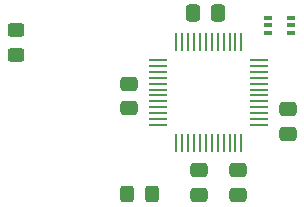
<source format=gbr>
%TF.GenerationSoftware,KiCad,Pcbnew,9.0.2*%
%TF.CreationDate,2025-05-28T14:02:20-07:00*%
%TF.ProjectId,MCU_DSP,4d43555f-4453-4502-9e6b-696361645f70,2.0*%
%TF.SameCoordinates,Original*%
%TF.FileFunction,Paste,Top*%
%TF.FilePolarity,Positive*%
%FSLAX46Y46*%
G04 Gerber Fmt 4.6, Leading zero omitted, Abs format (unit mm)*
G04 Created by KiCad (PCBNEW 9.0.2) date 2025-05-28 14:02:20*
%MOMM*%
%LPD*%
G01*
G04 APERTURE LIST*
G04 Aperture macros list*
%AMRoundRect*
0 Rectangle with rounded corners*
0 $1 Rounding radius*
0 $2 $3 $4 $5 $6 $7 $8 $9 X,Y pos of 4 corners*
0 Add a 4 corners polygon primitive as box body*
4,1,4,$2,$3,$4,$5,$6,$7,$8,$9,$2,$3,0*
0 Add four circle primitives for the rounded corners*
1,1,$1+$1,$2,$3*
1,1,$1+$1,$4,$5*
1,1,$1+$1,$6,$7*
1,1,$1+$1,$8,$9*
0 Add four rect primitives between the rounded corners*
20,1,$1+$1,$2,$3,$4,$5,0*
20,1,$1+$1,$4,$5,$6,$7,0*
20,1,$1+$1,$6,$7,$8,$9,0*
20,1,$1+$1,$8,$9,$2,$3,0*%
G04 Aperture macros list end*
%ADD10R,1.549400X0.279400*%
%ADD11R,0.279400X1.549400*%
%ADD12RoundRect,0.250000X0.337500X0.475000X-0.337500X0.475000X-0.337500X-0.475000X0.337500X-0.475000X0*%
%ADD13RoundRect,0.250000X-0.475000X0.337500X-0.475000X-0.337500X0.475000X-0.337500X0.475000X0.337500X0*%
%ADD14RoundRect,0.250000X0.325000X0.450000X-0.325000X0.450000X-0.325000X-0.450000X0.325000X-0.450000X0*%
%ADD15RoundRect,0.250000X-0.450000X0.325000X-0.450000X-0.325000X0.450000X-0.325000X0.450000X0.325000X0*%
%ADD16RoundRect,0.250000X0.475000X-0.337500X0.475000X0.337500X-0.475000X0.337500X-0.475000X-0.337500X0*%
%ADD17R,0.650000X0.400000*%
G04 APERTURE END LIST*
D10*
%TO.C,IC1*%
X206994700Y-142474799D03*
X206994700Y-142974798D03*
X206994700Y-143474800D03*
X206994700Y-143974799D03*
X206994700Y-144474798D03*
X206994700Y-144974799D03*
X206994700Y-145474799D03*
X206994700Y-145974800D03*
X206994700Y-146474799D03*
X206994700Y-146974798D03*
X206994700Y-147474800D03*
X206994700Y-147974799D03*
D11*
X208524600Y-149504699D03*
X209024599Y-149504699D03*
X209524601Y-149504699D03*
X210024600Y-149504699D03*
X210524599Y-149504699D03*
X211024600Y-149504699D03*
X211524600Y-149504699D03*
X212024601Y-149504699D03*
X212524600Y-149504699D03*
X213024599Y-149504699D03*
X213524601Y-149504699D03*
X214024600Y-149504699D03*
D10*
X215554500Y-147974799D03*
X215554500Y-147474800D03*
X215554500Y-146974798D03*
X215554500Y-146474799D03*
X215554500Y-145974800D03*
X215554500Y-145474799D03*
X215554500Y-144974799D03*
X215554500Y-144474798D03*
X215554500Y-143974799D03*
X215554500Y-143474800D03*
X215554500Y-142974798D03*
X215554500Y-142474799D03*
D11*
X214024600Y-140944899D03*
X213524601Y-140944899D03*
X213024599Y-140944899D03*
X212524600Y-140944899D03*
X212024601Y-140944899D03*
X211524600Y-140944899D03*
X211024600Y-140944899D03*
X210524599Y-140944899D03*
X210024600Y-140944899D03*
X209524601Y-140944899D03*
X209024599Y-140944899D03*
X208524600Y-140944899D03*
%TD*%
D12*
%TO.C,C5*%
X212037500Y-138500000D03*
X209962500Y-138500000D03*
%TD*%
D13*
%TO.C,C4*%
X218000000Y-146662500D03*
X218000000Y-148737500D03*
%TD*%
%TO.C,C3*%
X213720000Y-151802500D03*
X213720000Y-153877500D03*
%TD*%
D14*
%TO.C,D2*%
X206425000Y-153800000D03*
X204375000Y-153800000D03*
%TD*%
D15*
%TO.C,D1*%
X194900000Y-139975000D03*
X194900000Y-142025000D03*
%TD*%
D13*
%TO.C,C1*%
X204500000Y-144462500D03*
X204500000Y-146537500D03*
%TD*%
D16*
%TO.C,C2*%
X210450000Y-153877500D03*
X210450000Y-151802500D03*
%TD*%
D17*
%TO.C,U1*%
X218200000Y-140200000D03*
X218200000Y-139550000D03*
X218200000Y-138900000D03*
X216300000Y-138900000D03*
X216300000Y-139550000D03*
X216300000Y-140200000D03*
%TD*%
M02*

</source>
